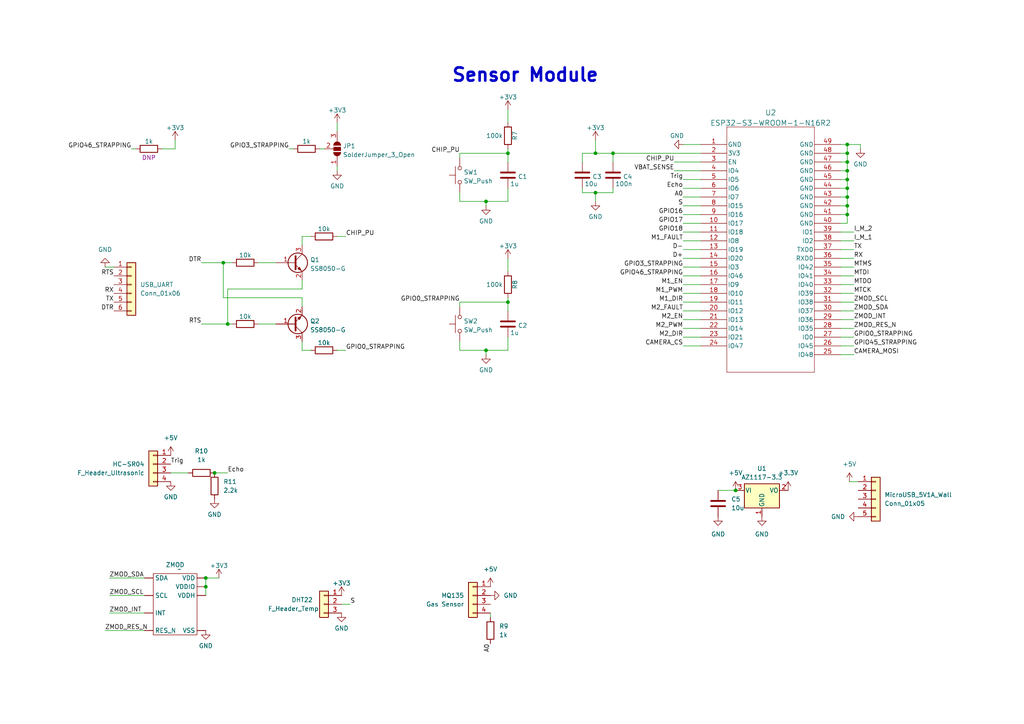
<source format=kicad_sch>
(kicad_sch (version 20230121) (generator eeschema)
  (paper "A4")
  (lib_symbols
    (symbol "Connector_Generic:Conn_01x03" (pin_names (offset 1.016) hide)
      (property "Reference" "J" (at 0 5.08 0))
      (property "Value" "Conn_01x03" (at 0 -5.08 0))
      (symbol "Conn_01x03_1_1"
        (rectangle (start -1.27 -2.413) (end 0 -2.667) (stroke (width 0.1524)))
        (rectangle (start -1.27 0.127) (end 0 -0.127) (stroke (width 0.1524)))
        (rectangle (start -1.27 2.667) (end 0 2.413) (stroke (width 0.1524)))
        (rectangle (start -1.27 3.81) (end 1.27 -3.81) (stroke (width 0.254)) (fill (type background)))
        (pin passive line (at -5.08 2.54 0) (length 3.81) (name "Pin_1") (number "1"))
        (pin passive line (at -5.08 0 0) (length 3.81) (name "Pin_2") (number "2"))
        (pin passive line (at -5.08 -2.54 0) (length 3.81) (name "Pin_3") (number "3"))
      )
    )
    (symbol "Connector_Generic:Conn_01x04" (pin_names (offset 1.016) hide)
      (property "Reference" "J" (at 0 5.08 0))
      (property "Value" "Conn_01x04" (at 0 -7.62 0))
      (symbol "Conn_01x04_1_1"
        (rectangle (start -1.27 -4.953) (end 0 -5.207) (stroke (width 0.1524)))
        (rectangle (start -1.27 -2.413) (end 0 -2.667) (stroke (width 0.1524)))
        (rectangle (start -1.27 0.127) (end 0 -0.127) (stroke (width 0.1524)))
        (rectangle (start -1.27 2.667) (end 0 2.413) (stroke (width 0.1524)))
        (rectangle (start -1.27 3.81) (end 1.27 -6.35) (stroke (width 0.254)) (fill (type background)))
        (pin passive line (at -5.08 2.54 0) (length 3.81) (name "Pin_1") (number "1"))
        (pin passive line (at -5.08 0 0) (length 3.81) (name "Pin_2") (number "2"))
        (pin passive line (at -5.08 -2.54 0) (length 3.81) (name "Pin_3") (number "3"))
        (pin passive line (at -5.08 -5.08 0) (length 3.81) (name "Pin_4") (number "4"))
      )
    )
    (symbol "Connector_Generic:Conn_01x05" (pin_names (offset 1.016) hide)
      (property "Reference" "J" (at 0 7.62 0))
      (property "Value" "Conn_01x05" (at 0 -7.62 0))
      (symbol "Conn_01x05_1_1"
        (rectangle (start -1.27 -4.953) (end 0 -5.207) (stroke (width 0.1524)))
        (rectangle (start -1.27 -2.413) (end 0 -2.667) (stroke (width 0.1524)))
        (rectangle (start -1.27 0.127) (end 0 -0.127) (stroke (width 0.1524)))
        (rectangle (start -1.27 2.667) (end 0 2.413) (stroke (width 0.1524)))
        (rectangle (start -1.27 5.207) (end 0 4.953) (stroke (width 0.1524)))
        (rectangle (start -1.27 6.35) (end 1.27 -6.35) (stroke (width 0.254)) (fill (type background)))
        (pin passive line (at -5.08 5.08 0) (length 3.81) (name "Pin_1") (number "1"))
        (pin passive line (at -5.08 2.54 0) (length 3.81) (name "Pin_2") (number "2"))
        (pin passive line (at -5.08 0 0) (length 3.81) (name "Pin_3") (number "3"))
        (pin passive line (at -5.08 -2.54 0) (length 3.81) (name "Pin_4") (number "4"))
        (pin passive line (at -5.08 -5.08 0) (length 3.81) (name "Pin_5") (number "5"))
      )
    )
    (symbol "Connector_Generic:Conn_01x06" (pin_names (offset 1.016) hide)
      (property "Reference" "J" (at 0 7.62 0))
      (property "Value" "Conn_01x06" (at 0 -10.16 0))
      (symbol "Conn_01x06_1_1"
        (rectangle (start -1.27 -7.493) (end 0 -7.747) (stroke (width 0.1524)))
        (rectangle (start -1.27 -4.953) (end 0 -5.207) (stroke (width 0.1524)))
        (rectangle (start -1.27 -2.413) (end 0 -2.667) (stroke (width 0.1524)))
        (rectangle (start -1.27 0.127) (end 0 -0.127) (stroke (width 0.1524)))
        (rectangle (start -1.27 2.667) (end 0 2.413) (stroke (width 0.1524)))
        (rectangle (start -1.27 5.207) (end 0 4.953) (stroke (width 0.1524)))
        (rectangle (start -1.27 6.35) (end 1.27 -8.89) (stroke (width 0.254)) (fill (type background)))
        (pin passive line (at -5.08 5.08 0) (length 3.81) (name "Pin_1") (number "1"))
        (pin passive line (at -5.08 2.54 0) (length 3.81) (name "Pin_2") (number "2"))
        (pin passive line (at -5.08 0 0) (length 3.81) (name "Pin_3") (number "3"))
        (pin passive line (at -5.08 -2.54 0) (length 3.81) (name "Pin_4") (number "4"))
        (pin passive line (at -5.08 -5.08 0) (length 3.81) (name "Pin_5") (number "5"))
        (pin passive line (at -5.08 -7.62 0) (length 3.81) (name "Pin_6") (number "6"))
      )
    )
    (symbol "Device:C" (pin_numbers hide) (pin_names (offset 0.254))
      (property "Reference" "C" (at 0.635 2.54 0))
      (property "Value" "C" (at 0.635 -2.54 0))
      (symbol "C_0_1"
        (polyline (pts (xy -2.032 -0.762) (xy 2.032 -0.762)) (stroke (width 0.508)))
        (polyline (pts (xy -2.032 0.762) (xy 2.032 0.762)) (stroke (width 0.508)))
      )
      (symbol "C_1_1"
        (pin passive line (at 0 3.81 270) (length 2.794) (name "~") (number "1"))
        (pin passive line (at 0 -3.81 90) (length 2.794) (name "~") (number "2"))
      )
    )
    (symbol "Device:Q_NPN_BEC" (pin_names (offset 0) hide)
      (property "Reference" "Q" (at 5.08 1.27 0))
      (property "Value" "Q_NPN_BEC" (at 5.08 -1.27 0))
      (symbol "Q_NPN_BEC_0_1"
        (polyline (pts (xy 0.635 0.635) (xy 2.54 2.54)))
        (polyline (pts (xy 0.635 -0.635) (xy 2.54 -2.54) (xy 2.54 -2.54)))
        (polyline (pts (xy 0.635 1.905) (xy 0.635 -1.905) (xy 0.635 -1.905)) (stroke (width 0.508)))
        (polyline (pts (xy 1.27 -1.778) (xy 1.778 -1.27) (xy 2.286 -2.286) (xy 1.27 -1.778) (xy 1.27 -1.778)) (fill (type outline)))
        (circle (center 1.27 0) (radius 2.8194) (stroke (width 0.254)))
      )
      (symbol "Q_NPN_BEC_1_1"
        (pin input line (at -5.08 0 0) (length 5.715) (name "B") (number "1"))
        (pin passive line (at 2.54 -5.08 90) (length 2.54) (name "E") (number "2"))
        (pin passive line (at 2.54 5.08 270) (length 2.54) (name "C") (number "3"))
      )
    )
    (symbol "Device:R" (pin_numbers hide) (pin_names (offset 0))
      (property "Reference" "R" (at 2.032 0 90))
      (property "Value" "R" (at 0 0 90))
      (symbol "R_0_1"
        (rectangle (start -1.016 -2.54) (end 1.016 2.54) (stroke (width 0.254)))
      )
      (symbol "R_1_1"
        (pin passive line (at 0 3.81 270) (length 1.27) (name "~") (number "1"))
        (pin passive line (at 0 -3.81 90) (length 1.27) (name "~") (number "2"))
      )
    )
    (symbol "GND_1" (power) (pin_names (offset 0))
      (property "Value" "GND_1" (at 0 -3.81 0))
      (symbol "GND_1_0_1"
        (polyline (pts (xy 0 0) (xy 0 -1.27) (xy 1.27 -1.27) (xy 0 -2.54) (xy -1.27 -1.27) (xy 0 -1.27)))
      )
      (symbol "GND_1_1_1"
        (pin power_in line (at 0 0 270) (length 0) hide (name "GND") (number "1"))
      )
    )
    (symbol "GND_2" (power) (pin_names (offset 0))
      (property "Value" "GND_2" (at 0 -3.81 0))
      (symbol "GND_2_0_1"
        (polyline (pts (xy 0 0) (xy 0 -1.27) (xy 1.27 -1.27) (xy 0 -2.54) (xy -1.27 -1.27) (xy 0 -1.27)))
      )
      (symbol "GND_2_1_1"
        (pin power_in line (at 0 0 270) (length 0) hide (name "GND") (number "1"))
      )
    )
    (symbol "Jumper:SolderJumper_3_Open" (pin_names (offset 0) hide)
      (property "Reference" "JP" (at -2.54 -2.54 0))
      (property "Value" "SolderJumper_3_Open" (at 0 2.794 0))
      (symbol "SolderJumper_3_Open_0_1"
        (arc (start -1.016 1.016) (mid -2.0276 0) (end -1.016 -1.016))
        (arc (start -1.016 1.016) (mid -2.0276 0) (end -1.016 -1.016) (fill (type outline)))
        (rectangle (start -0.508 1.016) (end 0.508 -1.016) (fill (type outline)))
        (polyline (pts (xy -2.54 0) (xy -2.032 0)))
        (polyline (pts (xy -1.016 1.016) (xy -1.016 -1.016)))
        (polyline (pts (xy 0 -1.27) (xy 0 -1.016)))
        (polyline (pts (xy 1.016 1.016) (xy 1.016 -1.016)))
        (polyline (pts (xy 2.54 0) (xy 2.032 0)))
        (arc (start 1.016 -1.016) (mid 2.0276 0) (end 1.016 1.016))
        (arc (start 1.016 -1.016) (mid 2.0276 0) (end 1.016 1.016) (fill (type outline)))
      )
      (symbol "SolderJumper_3_Open_1_1"
        (pin passive line (at -5.08 0 0) (length 2.54) (name "A") (number "1"))
        (pin passive line (at 0 -3.81 90) (length 2.54) (name "C") (number "2"))
        (pin passive line (at 5.08 0 180) (length 2.54) (name "B") (number "3"))
      )
    )
    (symbol "Regulator_Linear:AZ1117-3.3" (pin_names (offset 0.254))
      (property "Reference" "U" (at -3.81 3.175 0))
      (property "Value" "AZ1117-3.3" (at 0 3.175 0))
      (symbol "AZ1117-3.3_0_1"
        (rectangle (start -5.08 1.905) (end 5.08 -5.08) (stroke (width 0.254)) (fill (type background)))
      )
      (symbol "AZ1117-3.3_1_1"
        (pin power_in line (at 0 -7.62 90) (length 2.54) (name "GND") (number "1"))
        (pin power_out line (at 7.62 0 180) (length 2.54) (name "VO") (number "2"))
        (pin power_in line (at -7.62 0 0) (length 2.54) (name "VI") (number "3"))
      )
    )
    (symbol "Sensor_Gas:ZMOD4410"
      (property "Reference" "U" (at 0 0 0))
      (symbol "ZMOD4410_0_1"
        (rectangle (start -7.62 -1.27) (end 5.08 -19.05))
      )
      (symbol "ZMOD4410_1_1"
        (pin input line (at -10.16 -12.7 0) (length 2.54) (name "INT") (number ""))
        (pin input line (at -10.16 -17.78 0) (length 2.54) (name "RES_N") (number ""))
        (pin input line (at -10.16 -7.62 0) (length 2.54) (name "SCL") (number ""))
        (pin bidirectional line (at -10.16 -2.54 0) (length 2.54) (name "SDA") (number ""))
        (pin power_in line (at 7.62 -2.54 180) (length 2.54) (name "VDD") (number ""))
        (pin power_in line (at 7.62 -7.62 180) (length 2.54) (name "VDDH") (number ""))
        (pin power_in line (at 7.62 -5.08 180) (length 2.54) (name "VDDIO") (number ""))
        (pin power_out line (at 7.62 -17.78 180) (length 2.54) (name "VSS") (number ""))
      )
    )
    (symbol "Switch:SW_Push" (pin_numbers hide) (pin_names (offset 1.016) hide)
      (property "Reference" "SW" (at 1.27 2.54 0))
      (property "Value" "SW_Push" (at 0 -1.524 0))
      (symbol "SW_Push_0_1"
        (circle (center -2.032 0) (radius 0.508))
        (polyline (pts (xy 0 1.27) (xy 0 3.048)))
        (polyline (pts (xy 2.54 1.27) (xy -2.54 1.27)))
        (circle (center 2.032 0) (radius 0.508))
        (pin passive line (at -5.08 0 0) (length 2.54) (name "1") (number "1"))
        (pin passive line (at 5.08 0 180) (length 2.54) (name "2") (number "2"))
      )
    )
    (symbol "basic:C" (pin_numbers hide) (pin_names (offset 0.254))
      (property "Reference" "C" (at 0.635 2.54 0))
      (symbol "C_0_1"
        (polyline (pts (xy -2.032 -0.762) (xy 2.032 -0.762)) (stroke (width 0.508)))
        (polyline (pts (xy -2.032 0.762) (xy 2.032 0.762)) (stroke (width 0.508)))
      )
      (symbol "C_1_1"
        (pin passive line (at 0 3.81 270) (length 2.794) (name "~") (number "1"))
        (pin passive line (at 0 -3.81 90) (length 2.794) (name "~") (number "2"))
      )
    )
    (symbol "basic:R" (pin_numbers hide) (pin_names (offset 0))
      (property "Value" "R" (at 0 0 90))
      (symbol "R_0_1"
        (rectangle (start -1.016 -2.54) (end 1.016 2.54) (stroke (width 0.254)))
      )
      (symbol "R_1_1"
        (pin passive line (at 0 3.81 270) (length 1.27) (name "~") (number "1"))
        (pin passive line (at 0 -3.81 90) (length 1.27) (name "~") (number "2"))
      )
    )
    (symbol "local_symbols:ESP32-S3-WROOM-1-N16R2" (pin_names (offset 0.254))
      (property "Reference" "U" (at 20.32 10.16 0))
      (property "Value" "ESP32-S3-WROOM-1-N16R2" (at 20.32 7.62 0))
      (symbol "ESP32-S3-WROOM-1-N16R2_0_1"
        (polyline (pts (xy 7.62 -66.04) (xy 33.02 -66.04)) (stroke (width 0.127)))
        (polyline (pts (xy 7.62 5.08) (xy 7.62 -66.04)) (stroke (width 0.127)))
        (polyline (pts (xy 33.02 -66.04) (xy 33.02 5.08)) (stroke (width 0.127)))
        (polyline (pts (xy 33.02 5.08) (xy 7.62 5.08)) (stroke (width 0.127)))
        (pin power_out line (at 0 0 0) (length 7.62) (name "GND") (number "1"))
        (pin bidirectional line (at 0 -22.86 0) (length 7.62) (name "IO17") (number "10"))
        (pin bidirectional line (at 0 -25.4 0) (length 7.62) (name "IO18") (number "11"))
        (pin bidirectional line (at 0 -27.94 0) (length 7.62) (name "IO8") (number "12"))
        (pin bidirectional line (at 0 -30.48 0) (length 7.62) (name "IO19") (number "13"))
        (pin bidirectional line (at 0 -33.02 0) (length 7.62) (name "IO20") (number "14"))
        (pin bidirectional line (at 0 -35.56 0) (length 7.62) (name "IO3") (number "15"))
        (pin bidirectional line (at 0 -38.1 0) (length 7.62) (name "IO46") (number "16"))
        (pin bidirectional line (at 0 -40.64 0) (length 7.62) (name "IO9") (number "17"))
        (pin bidirectional line (at 0 -43.18 0) (length 7.62) (name "IO10") (number "18"))
        (pin bidirectional line (at 0 -45.72 0) (length 7.62) (name "IO11") (number "19"))
        (pin power_in line (at 0 -2.54 0) (length 7.62) (name "3V3") (number "2"))
        (pin bidirectional line (at 0 -48.26 0) (length 7.62) (name "IO12") (number "20"))
        (pin bidirectional line (at 0 -50.8 0) (length 7.62) (name "IO13") (number "21"))
        (pin bidirectional line (at 0 -53.34 0) (length 7.62) (name "IO14") (number "22"))
        (pin bidirectional line (at 0 -55.88 0) (length 7.62) (name "IO21") (number "23"))
        (pin bidirectional line (at 0 -58.42 0) (length 7.62) (name "IO47") (number "24"))
        (pin bidirectional line (at 40.64 -60.96 180) (length 7.62) (name "IO48") (number "25"))
        (pin bidirectional line (at 40.64 -58.42 180) (length 7.62) (name "IO45") (number "26"))
        (pin bidirectional line (at 40.64 -55.88 180) (length 7.62) (name "IO0") (number "27"))
        (pin bidirectional line (at 40.64 -53.34 180) (length 7.62) (name "IO35") (number "28"))
        (pin bidirectional line (at 40.64 -50.8 180) (length 7.62) (name "IO36") (number "29"))
        (pin input line (at 0 -5.08 0) (length 7.62) (name "EN") (number "3"))
        (pin bidirectional line (at 40.64 -48.26 180) (length 7.62) (name "IO37") (number "30"))
        (pin bidirectional line (at 40.64 -45.72 180) (length 7.62) (name "IO38") (number "31"))
        (pin bidirectional line (at 40.64 -43.18 180) (length 7.62) (name "IO39") (number "32"))
        (pin bidirectional line (at 40.64 -40.64 180) (length 7.62) (name "IO40") (number "33"))
        (pin bidirectional line (at 40.64 -38.1 180) (length 7.62) (name "IO41") (number "34"))
        (pin bidirectional line (at 40.64 -35.56 180) (length 7.62) (name "IO42") (number "35"))
        (pin bidirectional line (at 40.64 -33.02 180) (length 7.62) (name "RXD0") (number "36"))
        (pin bidirectional line (at 40.64 -30.48 180) (length 7.62) (name "TXD0") (number "37"))
        (pin bidirectional line (at 40.64 -27.94 180) (length 7.62) (name "IO2") (number "38"))
        (pin bidirectional line (at 40.64 -25.4 180) (length 7.62) (name "IO1") (number "39"))
        (pin bidirectional line (at 0 -7.62 0) (length 7.62) (name "IO4") (number "4"))
        (pin power_out line (at 40.64 -22.86 180) (length 7.62) (name "GND") (number "40"))
        (pin power_out line (at 40.64 -20.32 180) (length 7.62) (name "GND") (number "41"))
        (pin power_out line (at 40.64 -17.78 180) (length 7.62) (name "GND") (number "42"))
        (pin power_out line (at 40.64 -15.24 180) (length 7.62) (name "GND") (number "43"))
        (pin power_out line (at 40.64 -12.7 180) (length 7.62) (name "GND") (number "44"))
        (pin power_out line (at 40.64 -10.16 180) (length 7.62) (name "GND") (number "45"))
        (pin power_out line (at 40.64 -7.62 180) (length 7.62) (name "GND") (number "46"))
        (pin power_out line (at 40.64 -5.08 180) (length 7.62) (name "GND") (number "47"))
        (pin power_out line (at 40.64 -2.54 180) (length 7.62) (name "GND") (number "48"))
        (pin power_out line (at 40.64 0 180) (length 7.62) (name "GND") (number "49"))
        (pin bidirectional line (at 0 -10.16 0) (length 7.62) (name "IO5") (number "5"))
        (pin bidirectional line (at 0 -12.7 0) (length 7.62) (name "IO6") (number "6"))
        (pin bidirectional line (at 0 -15.24 0) (length 7.62) (name "IO7") (number "7"))
        (pin bidirectional line (at 0 -17.78 0) (length 7.62) (name "IO15") (number "8"))
        (pin bidirectional line (at 0 -20.32 0) (length 7.62) (name "IO16") (number "9"))
      )
    )
    (symbol "power:+3.3V" (power) (pin_names (offset 0))
      (property "Value" "+3.3V" (at 0 3.556 0))
      (symbol "+3.3V_0_1"
        (polyline (pts (xy -0.762 1.27) (xy 0 2.54)))
        (polyline (pts (xy 0 0) (xy 0 2.54)))
        (polyline (pts (xy 0 2.54) (xy 0.762 1.27)))
      )
      (symbol "+3.3V_1_1"
        (pin power_in line (at 0 0 90) (length 0) hide (name "+3.3V") (number "1"))
      )
    )
    (symbol "power:+3V3" (power) (pin_names (offset 0))
      (property "Value" "+3V3" (at 0 3.556 0))
      (symbol "+3V3_0_1"
        (polyline (pts (xy -0.762 1.27) (xy 0 2.54)))
        (polyline (pts (xy 0 0) (xy 0 2.54)))
        (polyline (pts (xy 0 2.54) (xy 0.762 1.27)))
      )
      (symbol "+3V3_1_1"
        (pin power_in line (at 0 0 90) (length 0) hide (name "+3V3") (number "1"))
      )
    )
    (symbol "power:+5V" (power) (pin_names (offset 0))
      (property "Value" "+5V" (at 0 3.556 0))
      (symbol "+5V_0_1"
        (polyline (pts (xy -0.762 1.27) (xy 0 2.54)))
        (polyline (pts (xy 0 0) (xy 0 2.54)))
        (polyline (pts (xy 0 2.54) (xy 0.762 1.27)))
      )
      (symbol "+5V_1_1"
        (pin power_in line (at 0 0 90) (length 0) hide (name "+5V") (number "1"))
      )
    )
    (symbol "power:GND" (power) (pin_names (offset 0))
      (property "Value" "GND" (at 0 -3.81 0))
      (symbol "GND_0_1"
        (polyline (pts (xy 0 0) (xy 0 -1.27) (xy 1.27 -1.27) (xy 0 -2.54) (xy -1.27 -1.27) (xy 0 -1.27)))
      )
      (symbol "GND_1_1"
        (pin power_in line (at 0 0 270) (length 0) hide (name "GND") (number "1"))
      )
    )
  )
  (junction (at 245.745 62.23))
  (junction (at 245.745 59.69))
  (junction (at 245.745 57.15))
  (junction (at 245.745 49.53))
  (junction (at 140.97 58.42))
  (junction (at 172.72 55.88))
  (junction (at 245.745 44.45))
  (junction (at 172.72 44.45))
  (junction (at 245.745 46.99))
  (junction (at 245.745 52.07))
  (junction (at 147.32 44.45))
  (junction (at 66.04 93.98))
  (junction (at 245.745 54.61))
  (junction (at 59.69 170.18))
  (junction (at 147.32 87.63))
  (junction (at 62.23 137.16))
  (junction (at 140.97 101.6))
  (junction (at 177.8 44.45))
  (junction (at 213.36 142.24))
  (junction (at 64.77 76.2))
  (junction (at 245.745 41.91))
  (junction (at 59.69 167.64))
  (wire (pts (xy 177.8 54.61) (xy 177.8 55.88)))
  (wire (pts (xy 87.63 68.58) (xy 87.63 71.12)))
  (wire (pts (xy 245.745 54.61) (xy 245.745 52.07)))
  (wire (pts (xy 133.35 58.42) (xy 140.97 58.42)))
  (wire (pts (xy 97.79 101.6) (xy 100.33 101.6)))
  (wire (pts (xy 97.79 35.56) (xy 97.79 38.1)))
  (wire (pts (xy 31.75 167.64) (xy 41.91 167.64)))
  (wire (pts (xy 87.63 81.28) (xy 87.63 83.82)))
  (wire (pts (xy 177.8 44.45) (xy 203.2 44.45)))
  (wire (pts (xy 198.12 67.31) (xy 203.2 67.31)))
  (wire (pts (xy 147.32 31.75) (xy 147.32 35.56)))
  (wire (pts (xy 64.77 76.2) (xy 67.31 76.2)))
  (wire (pts (xy 97.79 68.58) (xy 100.33 68.58)))
  (wire (pts (xy 147.32 43.18) (xy 147.32 44.45)))
  (wire (pts (xy 243.84 74.93) (xy 247.65 74.93)))
  (wire (pts (xy 133.35 88.9) (xy 133.35 87.63)))
  (wire (pts (xy 62.23 137.16) (xy 66.04 137.16)))
  (wire (pts (xy 195.58 49.53) (xy 203.2 49.53)))
  (wire (pts (xy 31.75 172.72) (xy 41.91 172.72)))
  (wire (pts (xy 243.84 62.23) (xy 245.745 62.23)))
  (wire (pts (xy 243.84 90.17) (xy 247.65 90.17)))
  (wire (pts (xy 59.69 170.18) (xy 59.69 172.72)))
  (wire (pts (xy 243.84 102.87) (xy 247.65 102.87)))
  (wire (pts (xy 133.35 99.06) (xy 133.35 101.6)))
  (wire (pts (xy 198.12 41.91) (xy 203.2 41.91)))
  (wire (pts (xy 243.84 64.77) (xy 245.745 64.77)))
  (wire (pts (xy 92.71 43.18) (xy 93.98 43.18)))
  (wire (pts (xy 46.99 43.18) (xy 50.8 43.18)))
  (wire (pts (xy 243.84 54.61) (xy 245.745 54.61)))
  (wire (pts (xy 243.84 49.53) (xy 245.745 49.53)))
  (wire (pts (xy 243.84 87.63) (xy 247.65 87.63)))
  (wire (pts (xy 198.12 72.39) (xy 203.2 72.39)))
  (wire (pts (xy 172.72 55.88) (xy 172.72 58.42)))
  (wire (pts (xy 243.84 59.69) (xy 245.745 59.69)))
  (wire (pts (xy 198.12 100.33) (xy 203.2 100.33)))
  (wire (pts (xy 198.12 80.01) (xy 203.2 80.01)))
  (wire (pts (xy 90.17 68.58) (xy 87.63 68.58)))
  (wire (pts (xy 87.63 83.82) (xy 66.04 83.82)))
  (wire (pts (xy 147.32 44.45) (xy 147.32 46.99)))
  (wire (pts (xy 74.93 93.98) (xy 80.01 93.98)))
  (wire (pts (xy 101.6 175.26) (xy 99.06 175.26)))
  (wire (pts (xy 87.63 88.9) (xy 87.63 86.36)))
  (wire (pts (xy 198.12 85.09) (xy 203.2 85.09)))
  (wire (pts (xy 147.32 97.79) (xy 147.32 101.6)))
  (wire (pts (xy 245.745 59.69) (xy 245.745 57.15)))
  (wire (pts (xy 198.12 52.07) (xy 203.2 52.07)))
  (wire (pts (xy 243.84 46.99) (xy 245.745 46.99)))
  (wire (pts (xy 168.91 44.45) (xy 172.72 44.45)))
  (wire (pts (xy 198.12 69.85) (xy 203.2 69.85)))
  (wire (pts (xy 249.555 43.18) (xy 249.555 41.91)))
  (wire (pts (xy 133.35 45.72) (xy 133.35 44.45)))
  (wire (pts (xy 30.48 182.88) (xy 41.91 182.88)))
  (wire (pts (xy 245.745 44.45) (xy 243.84 44.45)))
  (wire (pts (xy 243.84 69.85) (xy 247.65 69.85)))
  (wire (pts (xy 198.12 62.23) (xy 203.2 62.23)))
  (wire (pts (xy 147.32 58.42) (xy 140.97 58.42)))
  (wire (pts (xy 243.84 77.47) (xy 247.65 77.47)))
  (wire (pts (xy 198.12 54.61) (xy 203.2 54.61)))
  (wire (pts (xy 30.48 77.47) (xy 33.02 77.47)))
  (wire (pts (xy 83.82 43.18) (xy 85.09 43.18)))
  (wire (pts (xy 243.84 72.39) (xy 247.65 72.39)))
  (wire (pts (xy 147.32 74.93) (xy 147.32 78.74)))
  (wire (pts (xy 133.35 87.63) (xy 147.32 87.63)))
  (wire (pts (xy 38.1 43.18) (xy 39.37 43.18)))
  (wire (pts (xy 198.12 95.25) (xy 203.2 95.25)))
  (wire (pts (xy 140.97 58.42) (xy 140.97 59.69)))
  (wire (pts (xy 243.84 100.33) (xy 247.65 100.33)))
  (wire (pts (xy 54.61 137.16) (xy 49.53 137.16)))
  (wire (pts (xy 58.42 93.98) (xy 66.04 93.98)))
  (wire (pts (xy 243.84 67.31) (xy 247.65 67.31)))
  (wire (pts (xy 243.84 95.25) (xy 247.65 95.25)))
  (wire (pts (xy 245.745 41.91) (xy 245.745 44.45)))
  (wire (pts (xy 147.32 87.63) (xy 147.32 90.17)))
  (wire (pts (xy 198.12 64.77) (xy 203.2 64.77)))
  (wire (pts (xy 147.32 86.36) (xy 147.32 87.63)))
  (wire (pts (xy 87.63 99.06) (xy 87.63 101.6)))
  (wire (pts (xy 147.32 101.6) (xy 140.97 101.6)))
  (wire (pts (xy 133.35 101.6) (xy 140.97 101.6)))
  (wire (pts (xy 198.12 77.47) (xy 203.2 77.47)))
  (wire (pts (xy 66.04 93.98) (xy 67.31 93.98)))
  (wire (pts (xy 172.72 55.88) (xy 177.8 55.88)))
  (wire (pts (xy 198.12 74.93) (xy 203.2 74.93)))
  (wire (pts (xy 147.32 54.61) (xy 147.32 58.42)))
  (wire (pts (xy 168.91 54.61) (xy 168.91 55.88)))
  (wire (pts (xy 59.69 167.64) (xy 59.69 170.18)))
  (wire (pts (xy 31.75 177.8) (xy 41.91 177.8)))
  (wire (pts (xy 59.69 167.64) (xy 63.5 167.64)))
  (wire (pts (xy 64.77 86.36) (xy 64.77 76.2)))
  (wire (pts (xy 140.97 101.6) (xy 140.97 102.87)))
  (wire (pts (xy 133.35 55.88) (xy 133.35 58.42)))
  (wire (pts (xy 245.745 52.07) (xy 245.745 49.53)))
  (wire (pts (xy 243.84 85.09) (xy 247.65 85.09)))
  (wire (pts (xy 243.84 41.91) (xy 245.745 41.91)))
  (wire (pts (xy 66.04 83.82) (xy 66.04 93.98)))
  (wire (pts (xy 195.58 46.99) (xy 203.2 46.99)))
  (wire (pts (xy 243.84 82.55) (xy 247.65 82.55)))
  (wire (pts (xy 245.745 41.91) (xy 249.555 41.91)))
  (wire (pts (xy 243.84 57.15) (xy 245.745 57.15)))
  (wire (pts (xy 245.745 64.77) (xy 245.745 62.23)))
  (wire (pts (xy 243.84 97.79) (xy 247.65 97.79)))
  (wire (pts (xy 142.24 179.07) (xy 142.24 177.8)))
  (wire (pts (xy 172.72 44.45) (xy 177.8 44.45)))
  (wire (pts (xy 74.93 76.2) (xy 80.01 76.2)))
  (wire (pts (xy 168.91 46.99) (xy 168.91 44.45)))
  (wire (pts (xy 198.12 59.69) (xy 203.2 59.69)))
  (wire (pts (xy 97.79 48.26) (xy 97.79 49.53)))
  (wire (pts (xy 87.63 86.36) (xy 64.77 86.36)))
  (wire (pts (xy 198.12 82.55) (xy 203.2 82.55)))
  (wire (pts (xy 243.84 80.01) (xy 247.65 80.01)))
  (wire (pts (xy 245.745 57.15) (xy 245.745 54.61)))
  (wire (pts (xy 245.745 49.53) (xy 245.745 46.99)))
  (wire (pts (xy 168.91 55.88) (xy 172.72 55.88)))
  (wire (pts (xy 50.8 40.64) (xy 50.8 43.18)))
  (wire (pts (xy 243.84 52.07) (xy 245.745 52.07)))
  (wire (pts (xy 198.12 87.63) (xy 203.2 87.63)))
  (wire (pts (xy 198.12 90.17) (xy 203.2 90.17)))
  (wire (pts (xy 246.38 139.7) (xy 248.92 139.7)))
  (wire (pts (xy 58.42 76.2) (xy 64.77 76.2)))
  (wire (pts (xy 198.12 92.71) (xy 203.2 92.71)))
  (wire (pts (xy 177.8 44.45) (xy 177.8 46.99)))
  (wire (pts (xy 245.745 62.23) (xy 245.745 59.69)))
  (wire (pts (xy 87.63 101.6) (xy 90.17 101.6)))
  (wire (pts (xy 208.28 142.24) (xy 213.36 142.24)))
  (wire (pts (xy 243.84 92.71) (xy 247.65 92.71)))
  (wire (pts (xy 198.12 97.79) (xy 203.2 97.79)))
  (wire (pts (xy 198.12 57.15) (xy 203.2 57.15)))
  (wire (pts (xy 133.35 44.45) (xy 147.32 44.45)))
  (wire (pts (xy 172.72 40.64) (xy 172.72 44.45)))
  (wire (pts (xy 245.745 46.99) (xy 245.745 44.45)))
  (text "Sensor Module\n" (at 130.81 24.13 0) (effects (font (size 3.81 3.81) (thickness 0.762) bold) (justify left bottom)))
  (label "CAMERA_MOSI" (at 247.65 102.87 0))
  (label "GPIO0_STRAPPING" (at 100.33 101.6 0))
  (label "Echo" (at 198.12 54.61 180))
  (label "CHIP_PU" (at 100.33 68.58 0))
  (label "RTS" (at 58.42 93.98 180))
  (label "D+" (at 198.12 74.93 180))
  (label "GPIO0_STRAPPING" (at 133.35 87.63 180))
  (label "ZMOD_RES_N" (at 247.65 95.25 0))
  (label "RX" (at 33.02 85.09 180))
  (label "CAMERA_CS" (at 198.12 100.33 180))
  (label "GPIO0_STRAPPING" (at 247.65 97.79 0))
  (label "ZMOD_INT" (at 247.65 92.71 0))
  (label "M2_FAULT" (at 198.12 90.17 180))
  (label "A0" (at 142.24 186.69 270))
  (label "ZMOD_SCL" (at 247.65 87.63 0))
  (label "I_M_2" (at 247.65 67.31 0))
  (label "ZMOD_SDA" (at 31.75 167.64 0))
  (label "TX" (at 33.02 87.63 180))
  (label "MTMS" (at 247.65 77.47 0))
  (label "ZMOD_INT" (at 31.75 177.8 0))
  (label "GPIO46_STRAPPING" (at 38.1 43.18 180))
  (label "M2_DIR" (at 198.12 97.79 180))
  (label "M1_PWM" (at 198.12 85.09 180))
  (label "GPIO18" (at 198.12 67.31 180))
  (label "M2_PWM" (at 198.12 95.25 180))
  (label "TX" (at 247.65 72.39 0))
  (label "Trig" (at 49.53 134.62 0))
  (label "GPIO16" (at 198.12 62.23 180))
  (label "GPIO45_STRAPPING" (at 247.65 100.33 0))
  (label "A0" (at 198.12 57.15 180))
  (label "GPIO17" (at 198.12 64.77 180))
  (label "M1_DIR" (at 198.12 87.63 180))
  (label "MTDI" (at 247.65 80.01 0))
  (label "DTR" (at 33.02 90.17 180))
  (label "M1_FAULT" (at 198.12 69.85 180))
  (label "M2_EN" (at 198.12 92.71 180))
  (label "S" (at 198.12 59.69 180))
  (label "Trig" (at 198.12 52.07 180))
  (label "MTDO" (at 247.65 82.55 0))
  (label "Echo" (at 66.04 137.16 0))
  (label "GPIO46_STRAPPING" (at 198.12 80.01 180))
  (label "RTS" (at 33.02 80.01 180))
  (label "VBAT_SENSE" (at 195.58 49.53 180))
  (label "I_M_1" (at 247.65 69.85 0))
  (label "M1_EN" (at 198.12 82.55 180))
  (label "DTR" (at 58.42 76.2 180))
  (label "ZMOD_SCL" (at 31.75 172.72 0))
  (label "GPIO3_STRAPPING" (at 198.12 77.47 180))
  (label "MTCK" (at 247.65 85.09 0))
  (label "S" (at 101.6 175.26 0))
  (label "RX" (at 247.65 74.93 0))
  (label "D-" (at 198.12 72.39 180))
  (label "CHIP_PU" (at 133.35 44.45 180))
  (label "GPIO3_STRAPPING" (at 83.82 43.18 180))
  (label "ZMOD_RES_N" (at 30.48 182.88 0))
  (label "ZMOD_SDA" (at 247.65 90.17 0))
  (label "CHIP_PU" (at 195.58 46.99 180))
  (symbol (lib_id "basic:C") (at 168.91 50.8 0) (unit 1)
    (property "Reference" "C3" (at 171.831 51.2338 0) (effects (justify left)))
    (property "Value" "10u" (at 169.545 53.34 0) (effects (justify left)))
    (property "Footprint" "Capacitor_SMD:C_0805_2012Metric" (effects hide))
  )
  (symbol (lib_id "power:+3V3") (at 172.72 40.64 0) (unit 1)
    (property "Reference" "#PWR08" (effects hide))
    (property "Value" "+3V3" (at 172.72 37.0642 0))
  )
  (symbol (lib_id "local_symbols:ESP32-S3-WROOM-1-N16R2") (at 203.2 41.91 0) (unit 1)
    (property "Reference" "U2" (at 223.52 32.6824 0) (effects (font (size 1.524 1.524))))
    (property "Value" "ESP32-S3-WROOM-1-N16R2" (at 223.52 35.6758 0) (effects (font (size 1.524 1.524))))
    (property "Footprint" "local_footprints:ESP32-S3-WROOM-1_EXP" (effects hide))
    (property "Datasheet" "ESP32-S3-WROOM-1-N16R2" (effects hide))
  )
  (symbol (lib_id "power:GND") (at 249.555 43.18 0) (unit 1)
    (property "Reference" "#PWR011" (effects hide))
    (property "Value" "GND" (at 249.555 47.6234 0))
  )
  (symbol (lib_id "Switch:SW_Push") (at 133.35 50.8 90) (unit 1)
    (property "Reference" "SW1" (at 134.493 49.9653 90) (effects (justify right)))
    (property "Value" "SW_Push" (at 134.493 52.5022 90) (effects (justify right)))
    (property "Footprint" "Button_Switch_SMD:SW_SPST_B3S-1000" (effects hide))
    (property "Datasheet" "https://www.digikey.com/en/products/detail/omron-electronics-inc-emc-div/B3S-1000/20686" (effects hide))
  )
  (symbol (lib_id "Connector_Generic:Conn_01x03") (at 93.98 175.26 0) (mirror y) (unit 1)
    (property "Reference" "DHT22" (at 87.63 173.99 0))
    (property "Value" "F_Header_Temp" (at 85.09 176.53 0))
  )
  (symbol (lib_id "Connector_Generic:Conn_01x04") (at 137.16 172.72 0) (mirror y) (unit 1)
    (property "Reference" "MQ135" (at 134.62 172.72 0) (effects (justify left)))
    (property "Value" "Gas Sensor" (at 134.62 175.26 0) (effects (justify left)))
  )
  (symbol (lib_id "Connector_Generic:Conn_01x05") (at 254 144.78 0) (unit 1)
    (property "Reference" "MicroUSB_5V1A_Wall" (at 256.54 143.51 0) (effects (justify left)))
    (property "Value" "Conn_01x05" (at 256.54 146.05 0) (effects (justify left)))
  )
  (symbol (lib_id "Connector_Generic:Conn_01x06") (at 38.1 82.55 0) (unit 1)
    (property "Reference" "USB_UART" (at 40.64 82.55 0) (effects (justify left)))
    (property "Value" "Conn_01x06" (at 40.64 85.09 0) (effects (justify left)))
  )
  (symbol (lib_id "basic:R") (at 147.32 39.37 0) (unit 1)
    (property "Reference" "R7" (at 149.352 39.37 90))
    (property "Value" "100k" (at 140.97 39.37 0) (effects (justify left)))
    (property "Footprint" "Resistor_SMD:R_0805_2012Metric" (effects hide))
  )
  (symbol (lib_id "Sensor_Gas:ZMOD4410") (at 52.07 165.1 0) (unit 1)
    (property "Reference" "ZMOD" (at 50.8 163.83 0))
    (property "Value" "~" (at 52.07 165.1 0))
  )
  (symbol (lib_id "Regulator_Linear:AZ1117-3.3") (at 220.98 142.24 0) (unit 1)
    (property "Reference" "U1" (at 220.98 135.89 0))
    (property "Value" "AZ1117-3.3" (at 220.98 138.43 0))
    (property "Datasheet" "https://www.diodes.com/assets/Datasheets/AZ1117.pdf" (effects hide))
  )
  (symbol (lib_id "power:GND") (at 97.79 49.53 0) (unit 1)
    (property "Reference" "#PWR03" (effects hide))
    (property "Value" "GND" (at 97.79 53.9734 0))
  )
  (symbol (lib_id "Connector_Generic:Conn_01x04") (at 44.45 134.62 0) (mirror y) (unit 1)
    (property "Reference" "HC-SR04" (at 41.91 134.62 0) (effects (justify left)))
    (property "Value" "F_Header_Ultrasonic" (at 41.91 137.16 0) (effects (justify left)))
  )
  (symbol (lib_id "power:GND") (at 59.69 182.88 0) (unit 1)
    (property "Reference" "#PWR014" (effects hide))
    (property "Value" "GND" (at 59.69 187.3234 0))
  )
  (symbol (lib_id "power:+3V3") (at 147.32 74.93 0) (unit 1)
    (property "Reference" "#PWR07" (effects hide))
    (property "Value" "+3V3" (at 147.32 71.3542 0))
  )
  (symbol (lib_id "power:GND") (at 49.53 139.7 0) (unit 1)
    (property "Reference" "#PWR015" (effects hide))
    (property "Value" "GND" (at 49.53 144.1434 0))
  )
  (symbol (lib_id "power:+3V3") (at 99.06 172.72 0) (unit 1)
    (property "Reference" "#PWR016" (effects hide))
    (property "Value" "+3V3" (at 99.06 169.1442 0))
  )
  (symbol (lib_id "power:GND") (at 198.12 41.91 270) (unit 1)
    (property "Reference" "#PWR010" (effects hide))
    (property "Value" "GND" (at 194.31 39.37 90) (effects (justify left)))
  )
  (symbol (lib_id "basic:R") (at 71.12 76.2 90) (unit 1)
    (property "Reference" "R2" (effects hide))
    (property "Value" "10k" (at 71.12 74.0212 90))
    (property "Footprint" "Resistor_SMD:R_0805_2012Metric" (effects hide))
  )
  (symbol (lib_name "GND_2") (lib_id "power:GND") (at 208.28 149.86 0) (unit 1)
    (property "Reference" "#PWR027" (effects hide))
    (property "Value" "GND" (at 208.28 154.94 0))
  )
  (symbol (lib_id "power:+5V") (at 142.24 170.18 0) (unit 1)
    (property "Reference" "#PWR018" (effects hide))
    (property "Value" "+5V" (at 142.24 165.1 0))
  )
  (symbol (lib_id "power:GND") (at 99.06 177.8 0) (unit 1)
    (property "Reference" "#PWR017" (effects hide))
    (property "Value" "GND" (at 99.06 182.2434 0))
  )
  (symbol (lib_id "power:+3V3") (at 50.8 40.64 0) (unit 1)
    (property "Reference" "#PWR01" (effects hide))
    (property "Value" "+3V3" (at 50.8 37.0642 0))
  )
  (symbol (lib_id "power:+3.3V") (at 228.6 142.24 0) (unit 1)
    (property "Reference" "#PWR025" (effects hide))
    (property "Value" "+3.3V" (at 228.6 137.16 0))
  )
  (symbol (lib_id "Device:C") (at 208.28 146.05 0) (unit 1)
    (property "Reference" "C5" (at 212.09 144.78 0) (effects (justify left)))
    (property "Value" "10u" (at 212.09 147.32 0) (effects (justify left)))
  )
  (symbol (lib_id "power:GND") (at 140.97 59.69 0) (unit 1)
    (property "Reference" "#PWR04" (effects hide))
    (property "Value" "GND" (at 140.97 64.1334 0))
  )
  (symbol (lib_id "power:+3V3") (at 97.79 35.56 0) (unit 1)
    (property "Reference" "#PWR02" (effects hide))
    (property "Value" "+3V3" (at 97.79 31.9842 0))
  )
  (symbol (lib_name "GND_1") (lib_id "power:GND") (at 220.98 149.86 0) (unit 1)
    (property "Reference" "#PWR026" (effects hide))
    (property "Value" "GND" (at 220.98 154.94 0))
  )
  (symbol (lib_id "Jumper:SolderJumper_3_Open") (at 97.79 43.18 270) (mirror x) (unit 1)
    (property "Reference" "JP1" (at 99.441 42.3453 90) (effects (justify left)))
    (property "Value" "SolderJumper_3_Open" (at 99.441 44.8822 90) (effects (justify left)))
    (property "Footprint" "Jumper:SolderJumper-3_P2.0mm_Open_TrianglePad1.0x1.5mm" (effects hide))
  )
  (symbol (lib_id "Device:Q_NPN_BEC") (at 85.09 93.98 0) (mirror x) (unit 1)
    (property "Reference" "Q2" (at 89.9414 93.1453 0) (effects (justify left)))
    (property "Value" "SS8050-G" (at 89.9414 95.6822 0) (effects (justify left)))
    (property "Footprint" "Package_TO_SOT_SMD:SOT-23" (effects hide))
  )
  (symbol (lib_id "Switch:SW_Push") (at 133.35 93.98 90) (unit 1)
    (property "Reference" "SW2" (at 134.493 93.1453 90) (effects (justify right)))
    (property "Value" "SW_Push" (at 134.493 95.6822 90) (effects (justify right)))
    (property "Footprint" "Button_Switch_SMD:SW_SPST_B3S-1000" (effects hide))
    (property "Datasheet" "https://www.digikey.com/en/products/detail/omron-electronics-inc-emc-div/B3S-1000/20686" (effects hide))
  )
  (symbol (lib_id "Device:R") (at 62.23 140.97 0) (unit 1)
    (property "Reference" "R11" (at 64.77 139.7 0) (effects (justify left)))
    (property "Value" "2.2k" (at 64.77 142.24 0) (effects (justify left)))
  )
  (symbol (lib_id "basic:R") (at 93.98 68.58 90) (unit 1)
    (property "Reference" "R5" (effects hide))
    (property "Value" "10k" (at 93.98 66.4012 90))
    (property "Footprint" "Resistor_SMD:R_0805_2012Metric" (effects hide))
  )
  (symbol (lib_id "power:+5V") (at 246.38 139.7 0) (unit 1)
    (property "Reference" "#PWR023" (effects hide))
    (property "Value" "+5V" (at 246.38 134.62 0))
  )
  (symbol (lib_id "power:GND") (at 248.92 149.86 270) (unit 1)
    (property "Reference" "#PWR022" (effects hide))
    (property "Value" "GND" (at 245.11 149.86 90) (effects (justify right)))
  )
  (symbol (lib_id "power:GND") (at 30.48 77.47 180) (unit 1)
    (property "Reference" "#PWR020" (effects hide))
    (property "Value" "GND" (at 30.48 72.39 0))
  )
  (symbol (lib_id "Device:R") (at 142.24 182.88 180) (unit 1)
    (property "Reference" "R9" (at 144.78 181.61 0) (effects (justify right)))
    (property "Value" "1k" (at 144.78 184.15 0) (effects (justify right)))
  )
  (symbol (lib_id "power:+5V") (at 213.36 142.24 0) (unit 1)
    (property "Reference" "#PWR024" (effects hide))
    (property "Value" "+5V" (at 213.36 137.16 0))
  )
  (symbol (lib_id "basic:C") (at 147.32 50.8 0) (unit 1)
    (property "Reference" "C1" (at 150.241 51.2338 0) (effects (justify left)))
    (property "Value" "1u" (at 147.955 53.34 0) (effects (justify left)))
    (property "Footprint" "Capacitor_SMD:C_0805_2012Metric" (effects hide))
  )
  (symbol (lib_id "basic:C") (at 177.8 50.8 0) (unit 1)
    (property "Reference" "C4" (at 180.721 51.2338 0) (effects (justify left)))
    (property "Value" "100n" (at 178.435 53.34 0) (effects (justify left)))
    (property "Footprint" "Capacitor_SMD:C_0805_2012Metric" (effects hide))
  )
  (symbol (lib_id "power:GND") (at 62.23 144.78 0) (unit 1)
    (property "Reference" "#PWR021" (effects hide))
    (property "Value" "GND" (at 62.23 149.2234 0))
  )
  (symbol (lib_id "power:GND") (at 172.72 58.42 0) (unit 1)
    (property "Reference" "#PWR09" (effects hide))
    (property "Value" "GND" (at 172.72 62.8634 0))
  )
  (symbol (lib_id "basic:C") (at 147.32 93.98 0) (unit 1)
    (property "Reference" "C2" (at 150.241 94.4138 0) (effects (justify left)))
    (property "Value" "1u" (at 147.955 96.52 0) (effects (justify left)))
    (property "Footprint" "Capacitor_SMD:C_0805_2012Metric" (effects hide))
  )
  (symbol (lib_id "basic:R") (at 147.32 82.55 0) (unit 1)
    (property "Reference" "R8" (at 149.352 82.55 90))
    (property "Value" "100k" (at 140.97 82.55 0) (effects (justify left)))
    (property "Footprint" "Resistor_SMD:R_0805_2012Metric" (effects hide))
  )
  (symbol (lib_id "Device:R") (at 58.42 137.16 90) (unit 1)
    (property "Reference" "R10" (at 58.42 130.81 90))
    (property "Value" "1k" (at 58.42 133.35 90))
  )
  (symbol (lib_id "power:GND") (at 142.24 172.72 90) (unit 1)
    (property "Reference" "#PWR019" (effects hide))
    (property "Value" "GND" (at 146.05 172.72 90) (effects (justify right)))
  )
  (symbol (lib_id "basic:R") (at 88.9 43.18 90) (unit 1)
    (property "Reference" "R4" (effects hide))
    (property "Value" "1k" (at 88.9 41.0012 90))
    (property "Footprint" "Resistor_SMD:R_0805_2012Metric" (effects hide))
  )
  (symbol (lib_id "basic:R") (at 93.98 101.6 90) (unit 1)
    (property "Reference" "R6" (effects hide))
    (property "Value" "10k" (at 93.98 99.4212 90))
    (property "Footprint" "Resistor_SMD:R_0805_2012Metric" (effects hide))
  )
  (symbol (lib_id "power:GND") (at 140.97 102.87 0) (unit 1)
    (property "Reference" "#PWR05" (effects hide))
    (property "Value" "GND" (at 140.97 107.3134 0))
  )
  (symbol (lib_id "basic:R") (at 71.12 93.98 90) (unit 1)
    (property "Reference" "R3" (effects hide))
    (property "Value" "10k" (at 71.12 91.8012 90))
    (property "Footprint" "Resistor_SMD:R_0805_2012Metric" (effects hide))
  )
  (symbol (lib_id "power:+5V") (at 49.53 132.08 0) (unit 1)
    (property "Reference" "#PWR013" (effects hide))
    (property "Value" "+5V" (at 49.53 127 0))
  )
  (symbol (lib_id "basic:R") (at 43.18 43.18 90) (unit 1)
    (property "Reference" "R1" (effects hide))
    (property "Value" "1k" (at 43.18 41.0012 90))
    (property "Footprint" "Resistor_SMD:R_0805_2012Metric" (effects hide))
    (property "Note" "DNP" (at 43.18 45.72 90))
  )
  (symbol (lib_id "power:+3V3") (at 147.32 31.75 0) (unit 1)
    (property "Reference" "#PWR06" (effects hide))
    (property "Value" "+3V3" (at 147.32 28.1742 0))
  )
  (symbol (lib_id "Device:Q_NPN_BEC") (at 85.09 76.2 0) (unit 1)
    (property "Reference" "Q1" (at 89.9414 75.3653 0) (effects (justify left)))
    (property "Value" "SS8050-G" (at 89.9414 77.9022 0) (effects (justify left)))
    (property "Footprint" "Package_TO_SOT_SMD:SOT-23" (effects hide))
  )
  (symbol (lib_id "power:+3V3") (at 63.5 167.64 0) (unit 1)
    (property "Reference" "#PWR012" (effects hide))
    (property "Value" "+3V3" (at 63.5 164.0642 0))
  )
)
</source>
